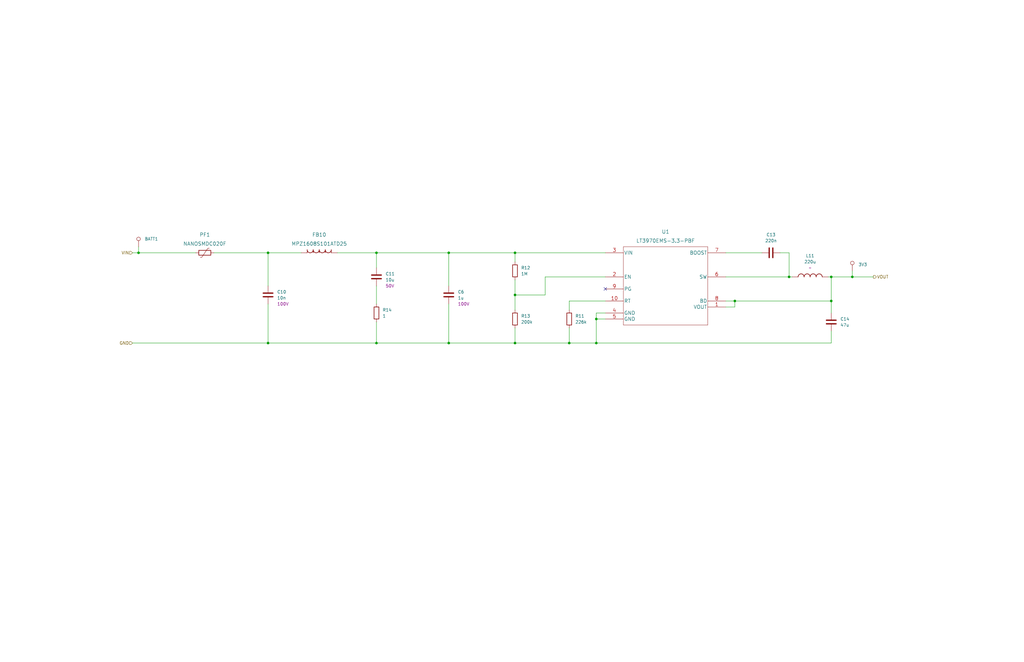
<source format=kicad_sch>
(kicad_sch (version 20230121) (generator eeschema)
  (paper "USLedger")
  (title_block (title "PCO2 Sensor Board") (rev "201") (company "Engineering") (comment 2 "Matt Casari") (comment 4 "DRAFT"))
  (lib_symbols
    (symbol "Connector:TestPoint" (pin_numbers hide) (pin_names (offset 0.762) hide)
      (property "Reference" "TP" (at 0 6.858 0))
      (property "Value" "TestPoint" (at 0 5.08 0))
      (symbol "TestPoint_0_1"
        (circle (center 0 3.302) (radius 0.762))
      )
      (symbol "TestPoint_1_1"
        (pin passive line (at 0 0 90) (length 2.54) (name "1") (number "1"))
      )
    )
    (symbol "Device:C" (pin_numbers hide) (pin_names (offset 0.254))
      (property "Reference" "C" (at 0.635 2.54 0))
      (property "Value" "C" (at 0.635 -2.54 0))
      (symbol "C_0_1"
        (polyline (pts (xy -2.032 -0.762) (xy 2.032 -0.762)) (stroke (width 0.508)))
        (polyline (pts (xy -2.032 0.762) (xy 2.032 0.762)) (stroke (width 0.508)))
      )
      (symbol "C_1_1"
        (pin passive line (at 0 3.81 270) (length 2.794) (name "~") (number "1"))
        (pin passive line (at 0 -3.81 90) (length 2.794) (name "~") (number "2"))
      )
    )
    (symbol "Device:R" (pin_numbers hide) (pin_names (offset 0))
      (property "Reference" "R" (at 2.032 0 90))
      (property "Value" "R" (at 0 0 90))
      (symbol "R_0_1"
        (rectangle (start -1.016 -2.54) (end 1.016 2.54) (stroke (width 0.254)))
      )
      (symbol "R_1_1"
        (pin passive line (at 0 3.81 270) (length 1.27) (name "~") (number "1"))
        (pin passive line (at 0 -3.81 90) (length 1.27) (name "~") (number "2"))
      )
    )
    (symbol "pco2-sensor-board:LT3970EMS-3.3-PBF" (pin_names (offset 0.254))
      (property "Reference" "U" (at 25.4 7.62 0))
      (property "Value" "LT3970EMS-3.3-PBF" (at 25.4 5.08 0))
      (symbol "LT3970EMS-3.3-PBF_1_1"
        (polyline (pts (xy 7.62 -30.48) (xy 43.18 -30.48)) (stroke (width 0.127)))
        (polyline (pts (xy 7.62 2.54) (xy 7.62 -30.48)) (stroke (width 0.127)))
        (polyline (pts (xy 43.18 -30.48) (xy 43.18 2.54)) (stroke (width 0.127)))
        (polyline (pts (xy 43.18 2.54) (xy 7.62 2.54)) (stroke (width 0.127)))
        (pin power_out line (at 50.8 -22.86 180) (length 7.62) (name "VOUT") (number "1"))
        (pin passive line (at 0 -20.32 0) (length 7.62) (name "RT") (number "10"))
        (pin input line (at 0 -10.16 0) (length 7.62) (name "EN") (number "2"))
        (pin input line (at 0 0 0) (length 7.62) (name "VIN") (number "3"))
        (pin power_in line (at 0 -25.4 0) (length 7.62) (name "GND") (number "4"))
        (pin power_in line (at 0 -27.94 0) (length 7.62) (name "GND") (number "5"))
        (pin output line (at 50.8 -10.16 180) (length 7.62) (name "SW") (number "6"))
        (pin input line (at 50.8 0 180) (length 7.62) (name "BOOST") (number "7"))
        (pin power_in line (at 50.8 -20.32 180) (length 7.62) (name "BD") (number "8"))
        (pin output line (at 0 -15.24 0) (length 7.62) (name "PG") (number "9"))
      )
    )
    (symbol "pco2-sensor-board:MPZ1608S101ATD25" (pin_numbers hide) (pin_names (offset 1.651) hide)
      (property "Reference" "L" (at 7.62 7.62 0))
      (property "Value" "MPZ1608S101ATD25" (at 7.62 5.08 0))
      (symbol "MPZ1608S101ATD25_1_1"
        (polyline (pts (xy 2.54 0) (xy 2.54 1.27)) (stroke (width 0.2032)))
        (polyline (pts (xy 5.08 0) (xy 5.08 1.27)) (stroke (width 0.2032)))
        (polyline (pts (xy 7.62 0) (xy 7.62 1.27)) (stroke (width 0.2032)))
        (polyline (pts (xy 10.16 0) (xy 10.16 1.27)) (stroke (width 0.2032)))
        (polyline (pts (xy 12.7 0) (xy 12.7 1.27)) (stroke (width 0.2032)))
        (arc (start 2.54 1.27) (mid 3.81 0.0055) (end 5.08 1.27) (stroke (width 0.254)))
        (arc (start 5.08 1.27) (mid 6.35 0.0055) (end 7.62 1.27) (stroke (width 0.254)))
        (arc (start 7.62 1.27) (mid 8.89 0.0055) (end 10.16 1.27) (stroke (width 0.254)))
        (arc (start 10.16 1.27) (mid 11.43 0.0055) (end 12.7 1.27) (stroke (width 0.254)))
        (pin passive line (at 15.24 0 180) (length 2.54) (name "1") (number "1"))
        (pin passive line (at 0 0 0) (length 2.54) (name "2") (number "2"))
      )
    )
    (symbol "pco2-sensor-board:NANOSMDC020F" (pin_numbers hide) (pin_names hide)
      (property "Reference" "F" (at 2.54 2.54 0))
      (property "Value" "NANOSMDC020F" (at 2.54 -2.54 0))
      (symbol "NANOSMDC020F_0_1"
        (rectangle (start -1.016 -2.54) (end 1.016 2.54) (stroke (width 0.254)))
        (polyline (pts (xy 1.905 -1.905) (xy 1.905 -1.27) (xy -1.905 1.27) (xy -1.905 1.905)))
      )
      (symbol "NANOSMDC020F_1_1"
        (pin passive line (at 0 3.81 270) (length 1.27) (name "~") (number "1"))
        (pin passive line (at 0 -3.81 90) (length 1.27) (name "~") (number "2"))
      )
    )
    (symbol "pco2-sensor-board:VLCF4028T-220MR72-2" (pin_numbers hide) (pin_names (offset 1.651) hide)
      (property "Reference" "L" (at 6.985 5.08 0))
      (property "Value" "VLCF4028T-220MR72-2" (at 6.985 -5.715 0))
      (symbol "VLCF4028T-220MR72-2_1_1"
        (arc (start 5.08 0) (mid 3.81 1.2645) (end 2.54 0) (stroke (width 0.254)))
        (arc (start 7.62 0) (mid 6.35 1.2645) (end 5.08 0) (stroke (width 0.254)))
        (arc (start 10.16 0) (mid 8.89 1.2645) (end 7.62 0) (stroke (width 0.254)))
        (arc (start 12.7 0) (mid 11.43 1.2645) (end 10.16 0) (stroke (width 0.254)))
        (pin passive line (at 15.24 0 180) (length 2.54) (name "1") (number "1"))
        (pin passive line (at 0 0 0) (length 2.54) (name "2") (number "2"))
      )
    )
  )
  (junction (at 217.17 124.46))
  (junction (at 359.41 116.84))
  (junction (at 332.74 116.84))
  (junction (at 309.88 127))
  (junction (at 58.42 106.68))
  (junction (at 113.03 144.78))
  (junction (at 251.46 134.62))
  (junction (at 217.17 106.68))
  (junction (at 189.23 106.68))
  (junction (at 189.23 144.78))
  (junction (at 113.03 106.68))
  (junction (at 251.46 144.78))
  (junction (at 350.52 116.84))
  (junction (at 350.52 127))
  (junction (at 158.75 144.78))
  (junction (at 217.17 144.78))
  (junction (at 158.75 106.68))
  (junction (at 240.03 144.78))
  (no_connect (at 255.27 121.92))
  (wire (pts (xy 240.03 144.78) (xy 251.46 144.78)))
  (wire (pts (xy 217.17 138.43) (xy 217.17 144.78)))
  (wire (pts (xy 350.52 116.84) (xy 349.25 116.84)))
  (wire (pts (xy 58.42 106.68) (xy 82.55 106.68)))
  (wire (pts (xy 113.03 144.78) (xy 158.75 144.78)))
  (wire (pts (xy 306.07 127) (xy 309.88 127)))
  (wire (pts (xy 306.07 129.54) (xy 309.88 129.54)))
  (wire (pts (xy 309.88 129.54) (xy 309.88 127)))
  (wire (pts (xy 359.41 114.3) (xy 359.41 116.84)))
  (wire (pts (xy 350.52 139.7) (xy 350.52 144.78)))
  (wire (pts (xy 328.93 106.68) (xy 332.74 106.68)))
  (wire (pts (xy 240.03 127) (xy 240.03 130.81)))
  (wire (pts (xy 58.42 104.14) (xy 58.42 106.68)))
  (wire (pts (xy 306.07 116.84) (xy 332.74 116.84)))
  (wire (pts (xy 309.88 127) (xy 350.52 127)))
  (wire (pts (xy 229.87 124.46) (xy 229.87 116.84)))
  (wire (pts (xy 240.03 138.43) (xy 240.03 144.78)))
  (wire (pts (xy 158.75 106.68) (xy 158.75 113.03)))
  (wire (pts (xy 189.23 128.27) (xy 189.23 144.78)))
  (wire (pts (xy 251.46 134.62) (xy 255.27 134.62)))
  (wire (pts (xy 251.46 144.78) (xy 350.52 144.78)))
  (wire (pts (xy 229.87 116.84) (xy 255.27 116.84)))
  (wire (pts (xy 142.24 106.68) (xy 158.75 106.68)))
  (wire (pts (xy 189.23 120.65) (xy 189.23 106.68)))
  (wire (pts (xy 55.88 106.68) (xy 58.42 106.68)))
  (wire (pts (xy 189.23 144.78) (xy 217.17 144.78)))
  (wire (pts (xy 359.41 116.84) (xy 368.3 116.84)))
  (wire (pts (xy 113.03 106.68) (xy 113.03 120.65)))
  (wire (pts (xy 306.07 106.68) (xy 321.31 106.68)))
  (wire (pts (xy 332.74 116.84) (xy 334.01 116.84)))
  (wire (pts (xy 217.17 118.11) (xy 217.17 124.46)))
  (wire (pts (xy 158.75 135.89) (xy 158.75 144.78)))
  (wire (pts (xy 189.23 106.68) (xy 217.17 106.68)))
  (wire (pts (xy 332.74 106.68) (xy 332.74 116.84)))
  (wire (pts (xy 90.17 106.68) (xy 113.03 106.68)))
  (wire (pts (xy 158.75 106.68) (xy 189.23 106.68)))
  (wire (pts (xy 113.03 128.27) (xy 113.03 144.78)))
  (wire (pts (xy 350.52 127) (xy 350.52 132.08)))
  (wire (pts (xy 113.03 106.68) (xy 127 106.68)))
  (wire (pts (xy 217.17 106.68) (xy 255.27 106.68)))
  (wire (pts (xy 158.75 144.78) (xy 189.23 144.78)))
  (wire (pts (xy 217.17 144.78) (xy 240.03 144.78)))
  (wire (pts (xy 240.03 127) (xy 255.27 127)))
  (wire (pts (xy 217.17 124.46) (xy 229.87 124.46)))
  (wire (pts (xy 217.17 124.46) (xy 217.17 130.81)))
  (wire (pts (xy 158.75 120.65) (xy 158.75 128.27)))
  (wire (pts (xy 255.27 132.08) (xy 251.46 132.08)))
  (wire (pts (xy 251.46 132.08) (xy 251.46 134.62)))
  (wire (pts (xy 350.52 116.84) (xy 350.52 127)))
  (wire (pts (xy 350.52 116.84) (xy 359.41 116.84)))
  (wire (pts (xy 55.88 144.78) (xy 113.03 144.78)))
  (wire (pts (xy 251.46 134.62) (xy 251.46 144.78)))
  (wire (pts (xy 217.17 106.68) (xy 217.17 110.49)))
  (hierarchical_label "VOUT" (shape output) (at 368.3 116.84 0))
  (hierarchical_label "VIN" (shape input) (at 55.88 106.68 180))
  (hierarchical_label "GND" (shape input) (at 55.88 144.78 180))
  (symbol (lib_id "Device:R") (at 217.17 114.3 0) (unit 1)
    (property "Reference" "R12" (at 219.71 113.0299 0) (effects (justify left)))
    (property "Value" "1M" (at 219.71 115.5699 0) (effects (justify left)))
    (property "Footprint" "Resistor_SMD:R_0805_2012Metric" (effects hide))
    (property "MPN" "CRCW08051M00FKEAC" (effects hide))
  )
  (symbol (lib_id "Device:C") (at 325.12 106.68 90) (unit 1)
    (property "Reference" "C13" (at 325.12 99.06 90))
    (property "Value" "220n" (at 325.12 101.6 90))
    (property "Footprint" "Capacitor_SMD:C_0805_2012Metric" (effects hide))
    (property "MPN" "C0805C224K1RACTU" (effects hide))
  )
  (symbol (lib_id "Connector:TestPoint") (at 58.42 104.14 0) (unit 1)
    (property "Reference" "BATT1" (at 60.96 100.838 0) (effects (justify left)))
    (property "Value" "TestPoint" (effects hide))
    (property "Footprint" "TestPoint:TestPoint_Pad_D1.0mm" (effects hide))
  )
  (symbol (lib_id "Connector:TestPoint") (at 359.41 114.3 0) (unit 1)
    (property "Reference" "3V3" (at 361.95 111.633 0) (effects (justify left)))
    (property "Value" "TestPoint" (effects hide))
    (property "Footprint" "TestPoint:TestPoint_Pad_D1.0mm" (effects hide))
  )
  (symbol (lib_id "Device:C") (at 158.75 116.84 0) (unit 1)
    (property "Reference" "C11" (at 162.56 115.5699 0) (effects (justify left)))
    (property "Value" "10u" (at 162.56 118.1099 0) (effects (justify left)))
    (property "Footprint" "Capacitor_SMD:C_0805_2012Metric" (effects hide))
    (property "Notes" "50V" (at 162.56 120.65 0) (effects (justify left)))
    (property "MPN" "C2012X5R1H106K125AC" (effects hide))
  )
  (symbol (lib_id "pco2-sensor-board:LT3970EMS-3.3-PBF") (at 255.27 106.68 0) (unit 1)
    (property "Reference" "U1" (at 280.67 97.79 0) (effects (font (size 1.524 1.524))))
    (property "Value" "LT3970EMS-3.3-PBF" (at 280.67 101.6 0) (effects (font (size 1.524 1.524))))
    (property "Footprint" "pco2-sensor-board:LT3970EMS-3.3-PBF" (effects hide))
    (property "MPN" "LT3970EMS-3.3-PBF" (effects hide))
  )
  (symbol (lib_id "pco2-sensor-board:VLCF4028T-220MR72-2") (at 334.01 116.84 0) (unit 1)
    (property "Reference" "L11" (at 341.63 107.95 0))
    (property "Value" "220u" (at 341.63 110.49 0))
    (property "Footprint" "pco2-sensor-board:VLCF4028T-220MR72-2" (effects hide))
    (property "Datasheet" "~" (at 341.63 113.03 0) (effects (font (size 1.524 1.524))))
    (property "MPN" "VLCF4028T-220MR72-2" (effects hide))
  )
  (symbol (lib_id "Device:C") (at 189.23 124.46 0) (unit 1)
    (property "Reference" "C6" (at 193.04 123.1899 0) (effects (justify left)))
    (property "Value" "1u" (at 193.04 125.7299 0) (effects (justify left)))
    (property "Footprint" "Capacitor_SMD:C_0805_2012Metric" (effects hide))
    (property "Notes" "100V" (at 193.04 128.27 0) (effects (justify left)))
    (property "MPN" "C2012X7S2A105K125AE" (effects hide))
  )
  (symbol (lib_id "pco2-sensor-board:MPZ1608S101ATD25") (at 127 106.68 0) (unit 1)
    (property "Reference" "FB10" (at 134.62 99.06 0) (effects (font (size 1.524 1.524))))
    (property "Value" "MPZ1608S101ATD25" (at 134.62 102.87 0) (effects (font (size 1.524 1.524))))
    (property "Footprint" "pco2-sensor-board:MPZ1608S101ATD25" (effects hide))
    (property "MPN" "MPZ1608S101ATD25" (effects hide))
  )
  (symbol (lib_id "Device:R") (at 240.03 134.62 0) (unit 1)
    (property "Reference" "R11" (at 242.57 133.3499 0) (effects (justify left)))
    (property "Value" "226k" (at 242.57 135.8899 0) (effects (justify left)))
    (property "Footprint" "Resistor_SMD:R_0805_2012Metric" (effects hide))
    (property "MPN" "CRCW0805226KFKEA" (effects hide))
  )
  (symbol (lib_id "Device:R") (at 217.17 134.62 0) (unit 1)
    (property "Reference" "R13" (at 219.71 133.3499 0) (effects (justify left)))
    (property "Value" "200k" (at 219.71 135.8899 0) (effects (justify left)))
    (property "Footprint" "Resistor_SMD:R_0805_2012Metric" (effects hide))
    (property "MPN" "CRCW0805200KFKEAC" (effects hide))
  )
  (symbol (lib_id "Device:C") (at 350.52 135.89 0) (unit 1)
    (property "Reference" "C14" (at 354.33 134.6199 0) (effects (justify left)))
    (property "Value" "47u" (at 354.33 137.1599 0) (effects (justify left)))
    (property "Footprint" "Capacitor_SMD:C_0805_2012Metric" (effects hide))
    (property "MPN" "GRM21BR61A476ME15L" (effects hide))
  )
  (symbol (lib_id "pco2-sensor-board:NANOSMDC020F") (at 86.36 106.68 270) (unit 1)
    (property "Reference" "PF1" (at 86.36 99.06 90) (effects (font (size 1.524 1.524))))
    (property "Value" "NANOSMDC020F" (at 86.36 102.87 90) (effects (font (size 1.524 1.524))))
    (property "Footprint" "pco2-sensor-board:NANOSMDC020F-2" (effects hide))
    (property "MPN" "NANOSMDC020F" (effects hide))
  )
  (symbol (lib_id "Device:R") (at 158.75 132.08 0) (unit 1)
    (property "Reference" "R14" (at 161.29 130.8099 0) (effects (justify left)))
    (property "Value" "1" (at 161.29 133.3499 0) (effects (justify left)))
    (property "Footprint" "Resistor_SMD:R_0805_2012Metric" (effects hide))
    (property "MPN" "CRCW08051R00FKEAC" (effects hide))
  )
  (symbol (lib_id "Device:C") (at 113.03 124.46 0) (unit 1)
    (property "Reference" "C10" (at 116.84 123.1899 0) (effects (justify left)))
    (property "Value" "10n" (at 116.84 125.7299 0) (effects (justify left)))
    (property "Footprint" "Capacitor_SMD:C_0805_2012Metric" (effects hide))
    (property "Notes" "100V" (at 116.84 128.27 0) (effects (justify left)))
    (property "MPN" "C0805X103K2RAC3316" (effects hide))
  )
)
</source>
